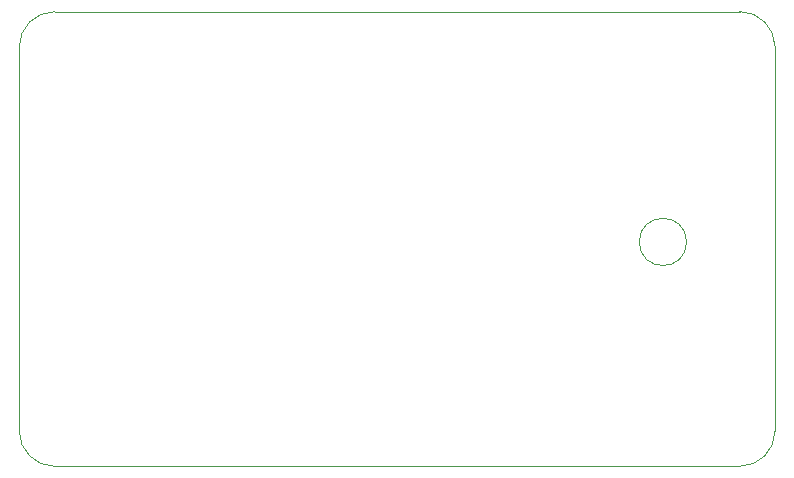
<source format=gbr>
%TF.GenerationSoftware,KiCad,Pcbnew,8.0.0*%
%TF.CreationDate,2024-09-30T23:01:36+02:00*%
%TF.ProjectId,TTGOPager,5454474f-5061-4676-9572-2e6b69636164,rev?*%
%TF.SameCoordinates,Original*%
%TF.FileFunction,Profile,NP*%
%FSLAX46Y46*%
G04 Gerber Fmt 4.6, Leading zero omitted, Abs format (unit mm)*
G04 Created by KiCad (PCBNEW 8.0.0) date 2024-09-30 23:01:36*
%MOMM*%
%LPD*%
G01*
G04 APERTURE LIST*
%TA.AperFunction,Profile*%
%ADD10C,0.050000*%
%TD*%
G04 APERTURE END LIST*
D10*
X172000000Y-50000000D02*
G75*
G02*
X168000000Y-50000000I-2000000J0D01*
G01*
X168000000Y-50000000D02*
G75*
G02*
X172000000Y-50000000I2000000J0D01*
G01*
X176500000Y-30500000D02*
X118499998Y-30500000D01*
X179500000Y-66000002D02*
X179500000Y-33500000D01*
X118499998Y-69000002D02*
X176500000Y-69000002D01*
X115499998Y-33500000D02*
X115499998Y-66000002D01*
X115499998Y-33500000D02*
G75*
G02*
X118499998Y-30500000I3000001J-1D01*
G01*
X118499998Y-69000002D02*
G75*
G02*
X115499998Y-66000002I1J3000001D01*
G01*
X179500000Y-66000002D02*
G75*
G02*
X176500000Y-69000002I-3000001J1D01*
G01*
X176500000Y-30500000D02*
G75*
G02*
X179500000Y-33500000I0J-3000000D01*
G01*
M02*

</source>
